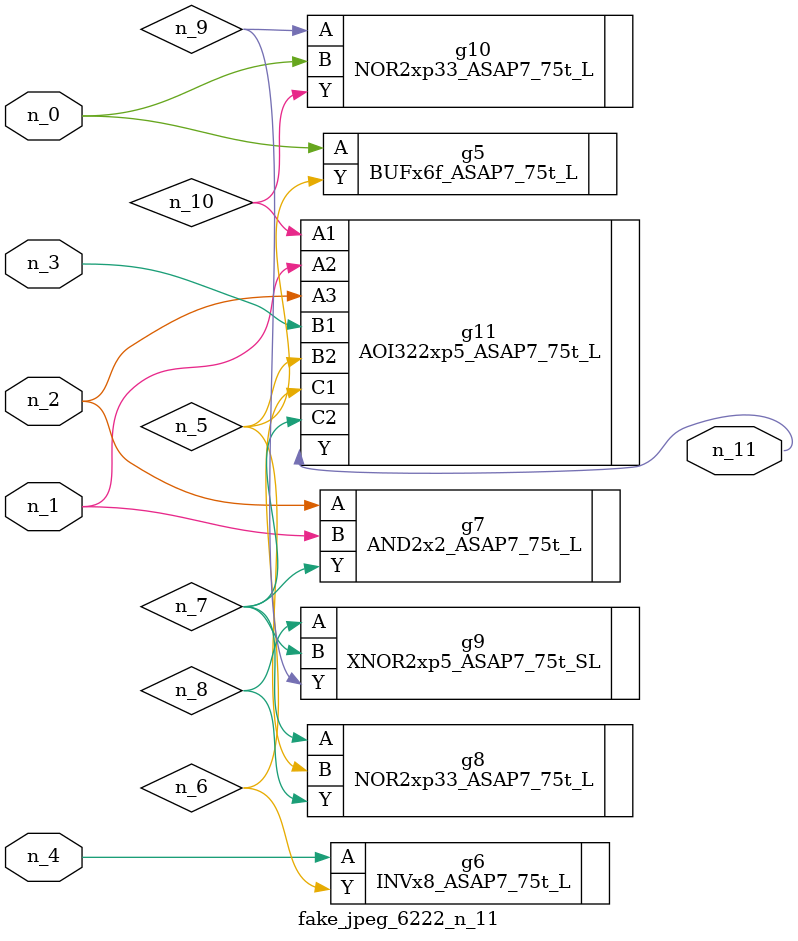
<source format=v>
module fake_jpeg_6222_n_11 (n_3, n_2, n_1, n_0, n_4, n_11);

input n_3;
input n_2;
input n_1;
input n_0;
input n_4;

output n_11;

wire n_10;
wire n_8;
wire n_9;
wire n_6;
wire n_5;
wire n_7;

BUFx6f_ASAP7_75t_L g5 ( 
.A(n_0),
.Y(n_5)
);

INVx8_ASAP7_75t_L g6 ( 
.A(n_4),
.Y(n_6)
);

AND2x2_ASAP7_75t_L g7 ( 
.A(n_2),
.B(n_1),
.Y(n_7)
);

NOR2xp33_ASAP7_75t_L g8 ( 
.A(n_7),
.B(n_5),
.Y(n_8)
);

XNOR2xp5_ASAP7_75t_SL g9 ( 
.A(n_8),
.B(n_7),
.Y(n_9)
);

NOR2xp33_ASAP7_75t_L g10 ( 
.A(n_9),
.B(n_0),
.Y(n_10)
);

AOI322xp5_ASAP7_75t_L g11 ( 
.A1(n_10),
.A2(n_1),
.A3(n_2),
.B1(n_3),
.B2(n_5),
.C1(n_6),
.C2(n_7),
.Y(n_11)
);


endmodule
</source>
